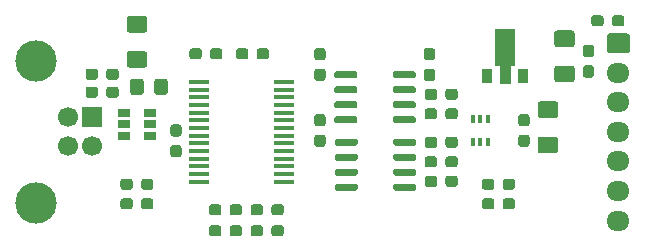
<source format=gbr>
G04 #@! TF.GenerationSoftware,KiCad,Pcbnew,(5.1.7)-1*
G04 #@! TF.CreationDate,2020-10-20T19:41:26+02:00*
G04 #@! TF.ProjectId,EQMOD_DIRECT_Isolated,45514d4f-445f-4444-9952-4543545f4973,rev?*
G04 #@! TF.SameCoordinates,Original*
G04 #@! TF.FileFunction,Soldermask,Top*
G04 #@! TF.FilePolarity,Negative*
%FSLAX46Y46*%
G04 Gerber Fmt 4.6, Leading zero omitted, Abs format (unit mm)*
G04 Created by KiCad (PCBNEW (5.1.7)-1) date 2020-10-20 19:41:26*
%MOMM*%
%LPD*%
G01*
G04 APERTURE LIST*
%ADD10O,1.950000X1.700000*%
%ADD11R,0.900000X1.300000*%
%ADD12C,0.100000*%
%ADD13R,1.700000X1.700000*%
%ADD14C,1.700000*%
%ADD15C,3.500000*%
%ADD16R,1.750000X0.450000*%
%ADD17R,1.060000X0.650000*%
%ADD18R,0.400000X0.650000*%
G04 APERTURE END LIST*
D10*
X144907000Y-107837000D03*
X144907000Y-105337000D03*
X144907000Y-102837000D03*
X144907000Y-100337000D03*
X144907000Y-97837000D03*
X144907000Y-95337000D03*
G36*
G01*
X144182000Y-91987000D02*
X145632000Y-91987000D01*
G75*
G02*
X145882000Y-92237000I0J-250000D01*
G01*
X145882000Y-93437000D01*
G75*
G02*
X145632000Y-93687000I-250000J0D01*
G01*
X144182000Y-93687000D01*
G75*
G02*
X143932000Y-93437000I0J250000D01*
G01*
X143932000Y-92237000D01*
G75*
G02*
X144182000Y-91987000I250000J0D01*
G01*
G37*
G36*
G01*
X142604000Y-91169500D02*
X142604000Y-90694500D01*
G75*
G02*
X142841500Y-90457000I237500J0D01*
G01*
X143416500Y-90457000D01*
G75*
G02*
X143654000Y-90694500I0J-237500D01*
G01*
X143654000Y-91169500D01*
G75*
G02*
X143416500Y-91407000I-237500J0D01*
G01*
X142841500Y-91407000D01*
G75*
G02*
X142604000Y-91169500I0J237500D01*
G01*
G37*
G36*
G01*
X144354000Y-91169500D02*
X144354000Y-90694500D01*
G75*
G02*
X144591500Y-90457000I237500J0D01*
G01*
X145166500Y-90457000D01*
G75*
G02*
X145404000Y-90694500I0J-237500D01*
G01*
X145404000Y-91169500D01*
G75*
G02*
X145166500Y-91407000I-237500J0D01*
G01*
X144591500Y-91407000D01*
G75*
G02*
X144354000Y-91169500I0J237500D01*
G01*
G37*
G36*
G01*
X142129500Y-92947000D02*
X142604500Y-92947000D01*
G75*
G02*
X142842000Y-93184500I0J-237500D01*
G01*
X142842000Y-93759500D01*
G75*
G02*
X142604500Y-93997000I-237500J0D01*
G01*
X142129500Y-93997000D01*
G75*
G02*
X141892000Y-93759500I0J237500D01*
G01*
X141892000Y-93184500D01*
G75*
G02*
X142129500Y-92947000I237500J0D01*
G01*
G37*
G36*
G01*
X142129500Y-94697000D02*
X142604500Y-94697000D01*
G75*
G02*
X142842000Y-94934500I0J-237500D01*
G01*
X142842000Y-95509500D01*
G75*
G02*
X142604500Y-95747000I-237500J0D01*
G01*
X142129500Y-95747000D01*
G75*
G02*
X141892000Y-95509500I0J237500D01*
G01*
X141892000Y-94934500D01*
G75*
G02*
X142129500Y-94697000I237500J0D01*
G01*
G37*
D11*
X133818500Y-95591500D03*
X136818500Y-95591500D03*
D12*
G36*
X136185000Y-91641500D02*
G01*
X136185000Y-94766500D01*
X135768500Y-94766500D01*
X135768500Y-96241500D01*
X134868500Y-96241500D01*
X134868500Y-94766500D01*
X134452000Y-94766500D01*
X134452000Y-91641500D01*
X136185000Y-91641500D01*
G37*
D13*
X100330000Y-99060000D03*
D14*
X100330000Y-101560000D03*
X98330000Y-101560000D03*
X98330000Y-99060000D03*
D15*
X95620000Y-94290000D03*
X95620000Y-106330000D03*
D16*
X116630000Y-104555000D03*
X116630000Y-103905000D03*
X116630000Y-103255000D03*
X116630000Y-102605000D03*
X116630000Y-101955000D03*
X116630000Y-101305000D03*
X116630000Y-100655000D03*
X116630000Y-100005000D03*
X116630000Y-99355000D03*
X116630000Y-98705000D03*
X116630000Y-98055000D03*
X116630000Y-97405000D03*
X116630000Y-96755000D03*
X116630000Y-96105000D03*
X109430000Y-96105000D03*
X109430000Y-96755000D03*
X109430000Y-97405000D03*
X109430000Y-98055000D03*
X109430000Y-98705000D03*
X109430000Y-99355000D03*
X109430000Y-100005000D03*
X109430000Y-100655000D03*
X109430000Y-101305000D03*
X109430000Y-101955000D03*
X109430000Y-102605000D03*
X109430000Y-103255000D03*
X109430000Y-103905000D03*
X109430000Y-104555000D03*
G36*
G01*
X102593600Y-95215700D02*
X102593600Y-95690700D01*
G75*
G02*
X102356100Y-95928200I-237500J0D01*
G01*
X101781100Y-95928200D01*
G75*
G02*
X101543600Y-95690700I0J237500D01*
G01*
X101543600Y-95215700D01*
G75*
G02*
X101781100Y-94978200I237500J0D01*
G01*
X102356100Y-94978200D01*
G75*
G02*
X102593600Y-95215700I0J-237500D01*
G01*
G37*
G36*
G01*
X100843600Y-95215700D02*
X100843600Y-95690700D01*
G75*
G02*
X100606100Y-95928200I-237500J0D01*
G01*
X100031100Y-95928200D01*
G75*
G02*
X99793600Y-95690700I0J237500D01*
G01*
X99793600Y-95215700D01*
G75*
G02*
X100031100Y-94978200I237500J0D01*
G01*
X100606100Y-94978200D01*
G75*
G02*
X100843600Y-95215700I0J-237500D01*
G01*
G37*
G36*
G01*
X104490000Y-106663500D02*
X104490000Y-106188500D01*
G75*
G02*
X104727500Y-105951000I237500J0D01*
G01*
X105302500Y-105951000D01*
G75*
G02*
X105540000Y-106188500I0J-237500D01*
G01*
X105540000Y-106663500D01*
G75*
G02*
X105302500Y-106901000I-237500J0D01*
G01*
X104727500Y-106901000D01*
G75*
G02*
X104490000Y-106663500I0J237500D01*
G01*
G37*
G36*
G01*
X102740000Y-106663500D02*
X102740000Y-106188500D01*
G75*
G02*
X102977500Y-105951000I237500J0D01*
G01*
X103552500Y-105951000D01*
G75*
G02*
X103790000Y-106188500I0J-237500D01*
G01*
X103790000Y-106663500D01*
G75*
G02*
X103552500Y-106901000I-237500J0D01*
G01*
X102977500Y-106901000D01*
G75*
G02*
X102740000Y-106663500I0J237500D01*
G01*
G37*
G36*
G01*
X105540000Y-104537500D02*
X105540000Y-105012500D01*
G75*
G02*
X105302500Y-105250000I-237500J0D01*
G01*
X104727500Y-105250000D01*
G75*
G02*
X104490000Y-105012500I0J237500D01*
G01*
X104490000Y-104537500D01*
G75*
G02*
X104727500Y-104300000I237500J0D01*
G01*
X105302500Y-104300000D01*
G75*
G02*
X105540000Y-104537500I0J-237500D01*
G01*
G37*
G36*
G01*
X103790000Y-104537500D02*
X103790000Y-105012500D01*
G75*
G02*
X103552500Y-105250000I-237500J0D01*
G01*
X102977500Y-105250000D01*
G75*
G02*
X102740000Y-105012500I0J237500D01*
G01*
X102740000Y-104537500D01*
G75*
G02*
X102977500Y-104300000I237500J0D01*
G01*
X103552500Y-104300000D01*
G75*
G02*
X103790000Y-104537500I0J-237500D01*
G01*
G37*
G36*
G01*
X104765000Y-94910000D02*
X103515000Y-94910000D01*
G75*
G02*
X103265000Y-94660000I0J250000D01*
G01*
X103265000Y-93735000D01*
G75*
G02*
X103515000Y-93485000I250000J0D01*
G01*
X104765000Y-93485000D01*
G75*
G02*
X105015000Y-93735000I0J-250000D01*
G01*
X105015000Y-94660000D01*
G75*
G02*
X104765000Y-94910000I-250000J0D01*
G01*
G37*
G36*
G01*
X104765000Y-91935000D02*
X103515000Y-91935000D01*
G75*
G02*
X103265000Y-91685000I0J250000D01*
G01*
X103265000Y-90760000D01*
G75*
G02*
X103515000Y-90510000I250000J0D01*
G01*
X104765000Y-90510000D01*
G75*
G02*
X105015000Y-90760000I0J-250000D01*
G01*
X105015000Y-91685000D01*
G75*
G02*
X104765000Y-91935000I-250000J0D01*
G01*
G37*
G36*
G01*
X109632000Y-93488500D02*
X109632000Y-93963500D01*
G75*
G02*
X109394500Y-94201000I-237500J0D01*
G01*
X108819500Y-94201000D01*
G75*
G02*
X108582000Y-93963500I0J237500D01*
G01*
X108582000Y-93488500D01*
G75*
G02*
X108819500Y-93251000I237500J0D01*
G01*
X109394500Y-93251000D01*
G75*
G02*
X109632000Y-93488500I0J-237500D01*
G01*
G37*
G36*
G01*
X111382000Y-93488500D02*
X111382000Y-93963500D01*
G75*
G02*
X111144500Y-94201000I-237500J0D01*
G01*
X110569500Y-94201000D01*
G75*
G02*
X110332000Y-93963500I0J237500D01*
G01*
X110332000Y-93488500D01*
G75*
G02*
X110569500Y-93251000I237500J0D01*
G01*
X111144500Y-93251000D01*
G75*
G02*
X111382000Y-93488500I0J-237500D01*
G01*
G37*
G36*
G01*
X107204500Y-99692000D02*
X107679500Y-99692000D01*
G75*
G02*
X107917000Y-99929500I0J-237500D01*
G01*
X107917000Y-100504500D01*
G75*
G02*
X107679500Y-100742000I-237500J0D01*
G01*
X107204500Y-100742000D01*
G75*
G02*
X106967000Y-100504500I0J237500D01*
G01*
X106967000Y-99929500D01*
G75*
G02*
X107204500Y-99692000I237500J0D01*
G01*
G37*
G36*
G01*
X107204500Y-101442000D02*
X107679500Y-101442000D01*
G75*
G02*
X107917000Y-101679500I0J-237500D01*
G01*
X107917000Y-102254500D01*
G75*
G02*
X107679500Y-102492000I-237500J0D01*
G01*
X107204500Y-102492000D01*
G75*
G02*
X106967000Y-102254500I0J237500D01*
G01*
X106967000Y-101679500D01*
G75*
G02*
X107204500Y-101442000I237500J0D01*
G01*
G37*
G36*
G01*
X136668500Y-100567000D02*
X137143500Y-100567000D01*
G75*
G02*
X137381000Y-100804500I0J-237500D01*
G01*
X137381000Y-101379500D01*
G75*
G02*
X137143500Y-101617000I-237500J0D01*
G01*
X136668500Y-101617000D01*
G75*
G02*
X136431000Y-101379500I0J237500D01*
G01*
X136431000Y-100804500D01*
G75*
G02*
X136668500Y-100567000I237500J0D01*
G01*
G37*
G36*
G01*
X136668500Y-98817000D02*
X137143500Y-98817000D01*
G75*
G02*
X137381000Y-99054500I0J-237500D01*
G01*
X137381000Y-99629500D01*
G75*
G02*
X137143500Y-99867000I-237500J0D01*
G01*
X136668500Y-99867000D01*
G75*
G02*
X136431000Y-99629500I0J237500D01*
G01*
X136431000Y-99054500D01*
G75*
G02*
X136668500Y-98817000I237500J0D01*
G01*
G37*
G36*
G01*
X133347000Y-106663500D02*
X133347000Y-106188500D01*
G75*
G02*
X133584500Y-105951000I237500J0D01*
G01*
X134159500Y-105951000D01*
G75*
G02*
X134397000Y-106188500I0J-237500D01*
G01*
X134397000Y-106663500D01*
G75*
G02*
X134159500Y-106901000I-237500J0D01*
G01*
X133584500Y-106901000D01*
G75*
G02*
X133347000Y-106663500I0J237500D01*
G01*
G37*
G36*
G01*
X135097000Y-106663500D02*
X135097000Y-106188500D01*
G75*
G02*
X135334500Y-105951000I237500J0D01*
G01*
X135909500Y-105951000D01*
G75*
G02*
X136147000Y-106188500I0J-237500D01*
G01*
X136147000Y-106663500D01*
G75*
G02*
X135909500Y-106901000I-237500J0D01*
G01*
X135334500Y-106901000D01*
G75*
G02*
X135097000Y-106663500I0J237500D01*
G01*
G37*
G36*
G01*
X111983000Y-108949500D02*
X111983000Y-108474500D01*
G75*
G02*
X112220500Y-108237000I237500J0D01*
G01*
X112795500Y-108237000D01*
G75*
G02*
X113033000Y-108474500I0J-237500D01*
G01*
X113033000Y-108949500D01*
G75*
G02*
X112795500Y-109187000I-237500J0D01*
G01*
X112220500Y-109187000D01*
G75*
G02*
X111983000Y-108949500I0J237500D01*
G01*
G37*
G36*
G01*
X110233000Y-108949500D02*
X110233000Y-108474500D01*
G75*
G02*
X110470500Y-108237000I237500J0D01*
G01*
X111045500Y-108237000D01*
G75*
G02*
X111283000Y-108474500I0J-237500D01*
G01*
X111283000Y-108949500D01*
G75*
G02*
X111045500Y-109187000I-237500J0D01*
G01*
X110470500Y-109187000D01*
G75*
G02*
X110233000Y-108949500I0J237500D01*
G01*
G37*
G36*
G01*
X110233000Y-107171500D02*
X110233000Y-106696500D01*
G75*
G02*
X110470500Y-106459000I237500J0D01*
G01*
X111045500Y-106459000D01*
G75*
G02*
X111283000Y-106696500I0J-237500D01*
G01*
X111283000Y-107171500D01*
G75*
G02*
X111045500Y-107409000I-237500J0D01*
G01*
X110470500Y-107409000D01*
G75*
G02*
X110233000Y-107171500I0J237500D01*
G01*
G37*
G36*
G01*
X111983000Y-107171500D02*
X111983000Y-106696500D01*
G75*
G02*
X112220500Y-106459000I237500J0D01*
G01*
X112795500Y-106459000D01*
G75*
G02*
X113033000Y-106696500I0J-237500D01*
G01*
X113033000Y-107171500D01*
G75*
G02*
X112795500Y-107409000I-237500J0D01*
G01*
X112220500Y-107409000D01*
G75*
G02*
X111983000Y-107171500I0J237500D01*
G01*
G37*
G36*
G01*
X101543600Y-97214700D02*
X101543600Y-96739700D01*
G75*
G02*
X101781100Y-96502200I237500J0D01*
G01*
X102356100Y-96502200D01*
G75*
G02*
X102593600Y-96739700I0J-237500D01*
G01*
X102593600Y-97214700D01*
G75*
G02*
X102356100Y-97452200I-237500J0D01*
G01*
X101781100Y-97452200D01*
G75*
G02*
X101543600Y-97214700I0J237500D01*
G01*
G37*
G36*
G01*
X99793600Y-97214700D02*
X99793600Y-96739700D01*
G75*
G02*
X100031100Y-96502200I237500J0D01*
G01*
X100606100Y-96502200D01*
G75*
G02*
X100843600Y-96739700I0J-237500D01*
G01*
X100843600Y-97214700D01*
G75*
G02*
X100606100Y-97452200I-237500J0D01*
G01*
X100031100Y-97452200D01*
G75*
G02*
X99793600Y-97214700I0J237500D01*
G01*
G37*
G36*
G01*
X106756000Y-96069999D02*
X106756000Y-96970001D01*
G75*
G02*
X106506001Y-97220000I-249999J0D01*
G01*
X105855999Y-97220000D01*
G75*
G02*
X105606000Y-96970001I0J249999D01*
G01*
X105606000Y-96069999D01*
G75*
G02*
X105855999Y-95820000I249999J0D01*
G01*
X106506001Y-95820000D01*
G75*
G02*
X106756000Y-96069999I0J-249999D01*
G01*
G37*
G36*
G01*
X104706000Y-96069999D02*
X104706000Y-96970001D01*
G75*
G02*
X104456001Y-97220000I-249999J0D01*
G01*
X103805999Y-97220000D01*
G75*
G02*
X103556000Y-96970001I0J249999D01*
G01*
X103556000Y-96069999D01*
G75*
G02*
X103805999Y-95820000I249999J0D01*
G01*
X104456001Y-95820000D01*
G75*
G02*
X104706000Y-96069999I0J-249999D01*
G01*
G37*
G36*
G01*
X134397000Y-104537500D02*
X134397000Y-105012500D01*
G75*
G02*
X134159500Y-105250000I-237500J0D01*
G01*
X133584500Y-105250000D01*
G75*
G02*
X133347000Y-105012500I0J237500D01*
G01*
X133347000Y-104537500D01*
G75*
G02*
X133584500Y-104300000I237500J0D01*
G01*
X134159500Y-104300000D01*
G75*
G02*
X134397000Y-104537500I0J-237500D01*
G01*
G37*
G36*
G01*
X136147000Y-104537500D02*
X136147000Y-105012500D01*
G75*
G02*
X135909500Y-105250000I-237500J0D01*
G01*
X135334500Y-105250000D01*
G75*
G02*
X135097000Y-105012500I0J237500D01*
G01*
X135097000Y-104537500D01*
G75*
G02*
X135334500Y-104300000I237500J0D01*
G01*
X135909500Y-104300000D01*
G75*
G02*
X136147000Y-104537500I0J-237500D01*
G01*
G37*
G36*
G01*
X114825000Y-108474500D02*
X114825000Y-108949500D01*
G75*
G02*
X114587500Y-109187000I-237500J0D01*
G01*
X114012500Y-109187000D01*
G75*
G02*
X113775000Y-108949500I0J237500D01*
G01*
X113775000Y-108474500D01*
G75*
G02*
X114012500Y-108237000I237500J0D01*
G01*
X114587500Y-108237000D01*
G75*
G02*
X114825000Y-108474500I0J-237500D01*
G01*
G37*
G36*
G01*
X116575000Y-108474500D02*
X116575000Y-108949500D01*
G75*
G02*
X116337500Y-109187000I-237500J0D01*
G01*
X115762500Y-109187000D01*
G75*
G02*
X115525000Y-108949500I0J237500D01*
G01*
X115525000Y-108474500D01*
G75*
G02*
X115762500Y-108237000I237500J0D01*
G01*
X116337500Y-108237000D01*
G75*
G02*
X116575000Y-108474500I0J-237500D01*
G01*
G37*
G36*
G01*
X116575000Y-106696500D02*
X116575000Y-107171500D01*
G75*
G02*
X116337500Y-107409000I-237500J0D01*
G01*
X115762500Y-107409000D01*
G75*
G02*
X115525000Y-107171500I0J237500D01*
G01*
X115525000Y-106696500D01*
G75*
G02*
X115762500Y-106459000I237500J0D01*
G01*
X116337500Y-106459000D01*
G75*
G02*
X116575000Y-106696500I0J-237500D01*
G01*
G37*
G36*
G01*
X114825000Y-106696500D02*
X114825000Y-107171500D01*
G75*
G02*
X114587500Y-107409000I-237500J0D01*
G01*
X114012500Y-107409000D01*
G75*
G02*
X113775000Y-107171500I0J237500D01*
G01*
X113775000Y-106696500D01*
G75*
G02*
X114012500Y-106459000I237500J0D01*
G01*
X114587500Y-106459000D01*
G75*
G02*
X114825000Y-106696500I0J-237500D01*
G01*
G37*
G36*
G01*
X131307000Y-104283500D02*
X131307000Y-104758500D01*
G75*
G02*
X131069500Y-104996000I-237500J0D01*
G01*
X130494500Y-104996000D01*
G75*
G02*
X130257000Y-104758500I0J237500D01*
G01*
X130257000Y-104283500D01*
G75*
G02*
X130494500Y-104046000I237500J0D01*
G01*
X131069500Y-104046000D01*
G75*
G02*
X131307000Y-104283500I0J-237500D01*
G01*
G37*
G36*
G01*
X129557000Y-104283500D02*
X129557000Y-104758500D01*
G75*
G02*
X129319500Y-104996000I-237500J0D01*
G01*
X128744500Y-104996000D01*
G75*
G02*
X128507000Y-104758500I0J237500D01*
G01*
X128507000Y-104283500D01*
G75*
G02*
X128744500Y-104046000I237500J0D01*
G01*
X129319500Y-104046000D01*
G75*
G02*
X129557000Y-104283500I0J-237500D01*
G01*
G37*
G36*
G01*
X129557000Y-102632500D02*
X129557000Y-103107500D01*
G75*
G02*
X129319500Y-103345000I-237500J0D01*
G01*
X128744500Y-103345000D01*
G75*
G02*
X128507000Y-103107500I0J237500D01*
G01*
X128507000Y-102632500D01*
G75*
G02*
X128744500Y-102395000I237500J0D01*
G01*
X129319500Y-102395000D01*
G75*
G02*
X129557000Y-102632500I0J-237500D01*
G01*
G37*
G36*
G01*
X131307000Y-102632500D02*
X131307000Y-103107500D01*
G75*
G02*
X131069500Y-103345000I-237500J0D01*
G01*
X130494500Y-103345000D01*
G75*
G02*
X130257000Y-103107500I0J237500D01*
G01*
X130257000Y-102632500D01*
G75*
G02*
X130494500Y-102395000I237500J0D01*
G01*
X131069500Y-102395000D01*
G75*
G02*
X131307000Y-102632500I0J-237500D01*
G01*
G37*
D17*
X103040000Y-98745000D03*
X103040000Y-99695000D03*
X103040000Y-100645000D03*
X105240000Y-100645000D03*
X105240000Y-98745000D03*
X105240000Y-99695000D03*
G36*
G01*
X120883000Y-101369000D02*
X120883000Y-101069000D01*
G75*
G02*
X121033000Y-100919000I150000J0D01*
G01*
X122683000Y-100919000D01*
G75*
G02*
X122833000Y-101069000I0J-150000D01*
G01*
X122833000Y-101369000D01*
G75*
G02*
X122683000Y-101519000I-150000J0D01*
G01*
X121033000Y-101519000D01*
G75*
G02*
X120883000Y-101369000I0J150000D01*
G01*
G37*
G36*
G01*
X120883000Y-102639000D02*
X120883000Y-102339000D01*
G75*
G02*
X121033000Y-102189000I150000J0D01*
G01*
X122683000Y-102189000D01*
G75*
G02*
X122833000Y-102339000I0J-150000D01*
G01*
X122833000Y-102639000D01*
G75*
G02*
X122683000Y-102789000I-150000J0D01*
G01*
X121033000Y-102789000D01*
G75*
G02*
X120883000Y-102639000I0J150000D01*
G01*
G37*
G36*
G01*
X120883000Y-103909000D02*
X120883000Y-103609000D01*
G75*
G02*
X121033000Y-103459000I150000J0D01*
G01*
X122683000Y-103459000D01*
G75*
G02*
X122833000Y-103609000I0J-150000D01*
G01*
X122833000Y-103909000D01*
G75*
G02*
X122683000Y-104059000I-150000J0D01*
G01*
X121033000Y-104059000D01*
G75*
G02*
X120883000Y-103909000I0J150000D01*
G01*
G37*
G36*
G01*
X120883000Y-105179000D02*
X120883000Y-104879000D01*
G75*
G02*
X121033000Y-104729000I150000J0D01*
G01*
X122683000Y-104729000D01*
G75*
G02*
X122833000Y-104879000I0J-150000D01*
G01*
X122833000Y-105179000D01*
G75*
G02*
X122683000Y-105329000I-150000J0D01*
G01*
X121033000Y-105329000D01*
G75*
G02*
X120883000Y-105179000I0J150000D01*
G01*
G37*
G36*
G01*
X125833000Y-105179000D02*
X125833000Y-104879000D01*
G75*
G02*
X125983000Y-104729000I150000J0D01*
G01*
X127633000Y-104729000D01*
G75*
G02*
X127783000Y-104879000I0J-150000D01*
G01*
X127783000Y-105179000D01*
G75*
G02*
X127633000Y-105329000I-150000J0D01*
G01*
X125983000Y-105329000D01*
G75*
G02*
X125833000Y-105179000I0J150000D01*
G01*
G37*
G36*
G01*
X125833000Y-103909000D02*
X125833000Y-103609000D01*
G75*
G02*
X125983000Y-103459000I150000J0D01*
G01*
X127633000Y-103459000D01*
G75*
G02*
X127783000Y-103609000I0J-150000D01*
G01*
X127783000Y-103909000D01*
G75*
G02*
X127633000Y-104059000I-150000J0D01*
G01*
X125983000Y-104059000D01*
G75*
G02*
X125833000Y-103909000I0J150000D01*
G01*
G37*
G36*
G01*
X125833000Y-102639000D02*
X125833000Y-102339000D01*
G75*
G02*
X125983000Y-102189000I150000J0D01*
G01*
X127633000Y-102189000D01*
G75*
G02*
X127783000Y-102339000I0J-150000D01*
G01*
X127783000Y-102639000D01*
G75*
G02*
X127633000Y-102789000I-150000J0D01*
G01*
X125983000Y-102789000D01*
G75*
G02*
X125833000Y-102639000I0J150000D01*
G01*
G37*
G36*
G01*
X125833000Y-101369000D02*
X125833000Y-101069000D01*
G75*
G02*
X125983000Y-100919000I150000J0D01*
G01*
X127633000Y-100919000D01*
G75*
G02*
X127783000Y-101069000I0J-150000D01*
G01*
X127783000Y-101369000D01*
G75*
G02*
X127633000Y-101519000I-150000J0D01*
G01*
X125983000Y-101519000D01*
G75*
G02*
X125833000Y-101369000I0J150000D01*
G01*
G37*
G36*
G01*
X138313000Y-97749000D02*
X139563000Y-97749000D01*
G75*
G02*
X139813000Y-97999000I0J-250000D01*
G01*
X139813000Y-98924000D01*
G75*
G02*
X139563000Y-99174000I-250000J0D01*
G01*
X138313000Y-99174000D01*
G75*
G02*
X138063000Y-98924000I0J250000D01*
G01*
X138063000Y-97999000D01*
G75*
G02*
X138313000Y-97749000I250000J0D01*
G01*
G37*
G36*
G01*
X138313000Y-100724000D02*
X139563000Y-100724000D01*
G75*
G02*
X139813000Y-100974000I0J-250000D01*
G01*
X139813000Y-101899000D01*
G75*
G02*
X139563000Y-102149000I-250000J0D01*
G01*
X138313000Y-102149000D01*
G75*
G02*
X138063000Y-101899000I0J250000D01*
G01*
X138063000Y-100974000D01*
G75*
G02*
X138313000Y-100724000I250000J0D01*
G01*
G37*
G36*
G01*
X131307000Y-100981500D02*
X131307000Y-101456500D01*
G75*
G02*
X131069500Y-101694000I-237500J0D01*
G01*
X130494500Y-101694000D01*
G75*
G02*
X130257000Y-101456500I0J237500D01*
G01*
X130257000Y-100981500D01*
G75*
G02*
X130494500Y-100744000I237500J0D01*
G01*
X131069500Y-100744000D01*
G75*
G02*
X131307000Y-100981500I0J-237500D01*
G01*
G37*
G36*
G01*
X129557000Y-100981500D02*
X129557000Y-101456500D01*
G75*
G02*
X129319500Y-101694000I-237500J0D01*
G01*
X128744500Y-101694000D01*
G75*
G02*
X128507000Y-101456500I0J237500D01*
G01*
X128507000Y-100981500D01*
G75*
G02*
X128744500Y-100744000I237500J0D01*
G01*
X129319500Y-100744000D01*
G75*
G02*
X129557000Y-100981500I0J-237500D01*
G01*
G37*
G36*
G01*
X139710000Y-94718500D02*
X140960000Y-94718500D01*
G75*
G02*
X141210000Y-94968500I0J-250000D01*
G01*
X141210000Y-95893500D01*
G75*
G02*
X140960000Y-96143500I-250000J0D01*
G01*
X139710000Y-96143500D01*
G75*
G02*
X139460000Y-95893500I0J250000D01*
G01*
X139460000Y-94968500D01*
G75*
G02*
X139710000Y-94718500I250000J0D01*
G01*
G37*
G36*
G01*
X139710000Y-91743500D02*
X140960000Y-91743500D01*
G75*
G02*
X141210000Y-91993500I0J-250000D01*
G01*
X141210000Y-92918500D01*
G75*
G02*
X140960000Y-93168500I-250000J0D01*
G01*
X139710000Y-93168500D01*
G75*
G02*
X139460000Y-92918500I0J250000D01*
G01*
X139460000Y-91993500D01*
G75*
G02*
X139710000Y-91743500I250000J0D01*
G01*
G37*
G36*
G01*
X128667500Y-93229000D02*
X129142500Y-93229000D01*
G75*
G02*
X129380000Y-93466500I0J-237500D01*
G01*
X129380000Y-94041500D01*
G75*
G02*
X129142500Y-94279000I-237500J0D01*
G01*
X128667500Y-94279000D01*
G75*
G02*
X128430000Y-94041500I0J237500D01*
G01*
X128430000Y-93466500D01*
G75*
G02*
X128667500Y-93229000I237500J0D01*
G01*
G37*
G36*
G01*
X128667500Y-94979000D02*
X129142500Y-94979000D01*
G75*
G02*
X129380000Y-95216500I0J-237500D01*
G01*
X129380000Y-95791500D01*
G75*
G02*
X129142500Y-96029000I-237500J0D01*
G01*
X128667500Y-96029000D01*
G75*
G02*
X128430000Y-95791500I0J237500D01*
G01*
X128430000Y-95216500D01*
G75*
G02*
X128667500Y-94979000I237500J0D01*
G01*
G37*
G36*
G01*
X112519000Y-93963500D02*
X112519000Y-93488500D01*
G75*
G02*
X112756500Y-93251000I237500J0D01*
G01*
X113331500Y-93251000D01*
G75*
G02*
X113569000Y-93488500I0J-237500D01*
G01*
X113569000Y-93963500D01*
G75*
G02*
X113331500Y-94201000I-237500J0D01*
G01*
X112756500Y-94201000D01*
G75*
G02*
X112519000Y-93963500I0J237500D01*
G01*
G37*
G36*
G01*
X114269000Y-93963500D02*
X114269000Y-93488500D01*
G75*
G02*
X114506500Y-93251000I237500J0D01*
G01*
X115081500Y-93251000D01*
G75*
G02*
X115319000Y-93488500I0J-237500D01*
G01*
X115319000Y-93963500D01*
G75*
G02*
X115081500Y-94201000I-237500J0D01*
G01*
X114506500Y-94201000D01*
G75*
G02*
X114269000Y-93963500I0J237500D01*
G01*
G37*
G36*
G01*
X129557000Y-98568500D02*
X129557000Y-99043500D01*
G75*
G02*
X129319500Y-99281000I-237500J0D01*
G01*
X128744500Y-99281000D01*
G75*
G02*
X128507000Y-99043500I0J237500D01*
G01*
X128507000Y-98568500D01*
G75*
G02*
X128744500Y-98331000I237500J0D01*
G01*
X129319500Y-98331000D01*
G75*
G02*
X129557000Y-98568500I0J-237500D01*
G01*
G37*
G36*
G01*
X131307000Y-98568500D02*
X131307000Y-99043500D01*
G75*
G02*
X131069500Y-99281000I-237500J0D01*
G01*
X130494500Y-99281000D01*
G75*
G02*
X130257000Y-99043500I0J237500D01*
G01*
X130257000Y-98568500D01*
G75*
G02*
X130494500Y-98331000I237500J0D01*
G01*
X131069500Y-98331000D01*
G75*
G02*
X131307000Y-98568500I0J-237500D01*
G01*
G37*
G36*
G01*
X131307000Y-96917500D02*
X131307000Y-97392500D01*
G75*
G02*
X131069500Y-97630000I-237500J0D01*
G01*
X130494500Y-97630000D01*
G75*
G02*
X130257000Y-97392500I0J237500D01*
G01*
X130257000Y-96917500D01*
G75*
G02*
X130494500Y-96680000I237500J0D01*
G01*
X131069500Y-96680000D01*
G75*
G02*
X131307000Y-96917500I0J-237500D01*
G01*
G37*
G36*
G01*
X129557000Y-96917500D02*
X129557000Y-97392500D01*
G75*
G02*
X129319500Y-97630000I-237500J0D01*
G01*
X128744500Y-97630000D01*
G75*
G02*
X128507000Y-97392500I0J237500D01*
G01*
X128507000Y-96917500D01*
G75*
G02*
X128744500Y-96680000I237500J0D01*
G01*
X129319500Y-96680000D01*
G75*
G02*
X129557000Y-96917500I0J-237500D01*
G01*
G37*
G36*
G01*
X120857600Y-95654000D02*
X120857600Y-95354000D01*
G75*
G02*
X121007600Y-95204000I150000J0D01*
G01*
X122657600Y-95204000D01*
G75*
G02*
X122807600Y-95354000I0J-150000D01*
G01*
X122807600Y-95654000D01*
G75*
G02*
X122657600Y-95804000I-150000J0D01*
G01*
X121007600Y-95804000D01*
G75*
G02*
X120857600Y-95654000I0J150000D01*
G01*
G37*
G36*
G01*
X120857600Y-96924000D02*
X120857600Y-96624000D01*
G75*
G02*
X121007600Y-96474000I150000J0D01*
G01*
X122657600Y-96474000D01*
G75*
G02*
X122807600Y-96624000I0J-150000D01*
G01*
X122807600Y-96924000D01*
G75*
G02*
X122657600Y-97074000I-150000J0D01*
G01*
X121007600Y-97074000D01*
G75*
G02*
X120857600Y-96924000I0J150000D01*
G01*
G37*
G36*
G01*
X120857600Y-98194000D02*
X120857600Y-97894000D01*
G75*
G02*
X121007600Y-97744000I150000J0D01*
G01*
X122657600Y-97744000D01*
G75*
G02*
X122807600Y-97894000I0J-150000D01*
G01*
X122807600Y-98194000D01*
G75*
G02*
X122657600Y-98344000I-150000J0D01*
G01*
X121007600Y-98344000D01*
G75*
G02*
X120857600Y-98194000I0J150000D01*
G01*
G37*
G36*
G01*
X120857600Y-99464000D02*
X120857600Y-99164000D01*
G75*
G02*
X121007600Y-99014000I150000J0D01*
G01*
X122657600Y-99014000D01*
G75*
G02*
X122807600Y-99164000I0J-150000D01*
G01*
X122807600Y-99464000D01*
G75*
G02*
X122657600Y-99614000I-150000J0D01*
G01*
X121007600Y-99614000D01*
G75*
G02*
X120857600Y-99464000I0J150000D01*
G01*
G37*
G36*
G01*
X125807600Y-99464000D02*
X125807600Y-99164000D01*
G75*
G02*
X125957600Y-99014000I150000J0D01*
G01*
X127607600Y-99014000D01*
G75*
G02*
X127757600Y-99164000I0J-150000D01*
G01*
X127757600Y-99464000D01*
G75*
G02*
X127607600Y-99614000I-150000J0D01*
G01*
X125957600Y-99614000D01*
G75*
G02*
X125807600Y-99464000I0J150000D01*
G01*
G37*
G36*
G01*
X125807600Y-98194000D02*
X125807600Y-97894000D01*
G75*
G02*
X125957600Y-97744000I150000J0D01*
G01*
X127607600Y-97744000D01*
G75*
G02*
X127757600Y-97894000I0J-150000D01*
G01*
X127757600Y-98194000D01*
G75*
G02*
X127607600Y-98344000I-150000J0D01*
G01*
X125957600Y-98344000D01*
G75*
G02*
X125807600Y-98194000I0J150000D01*
G01*
G37*
G36*
G01*
X125807600Y-96924000D02*
X125807600Y-96624000D01*
G75*
G02*
X125957600Y-96474000I150000J0D01*
G01*
X127607600Y-96474000D01*
G75*
G02*
X127757600Y-96624000I0J-150000D01*
G01*
X127757600Y-96924000D01*
G75*
G02*
X127607600Y-97074000I-150000J0D01*
G01*
X125957600Y-97074000D01*
G75*
G02*
X125807600Y-96924000I0J150000D01*
G01*
G37*
G36*
G01*
X125807600Y-95654000D02*
X125807600Y-95354000D01*
G75*
G02*
X125957600Y-95204000I150000J0D01*
G01*
X127607600Y-95204000D01*
G75*
G02*
X127757600Y-95354000I0J-150000D01*
G01*
X127757600Y-95654000D01*
G75*
G02*
X127607600Y-95804000I-150000J0D01*
G01*
X125957600Y-95804000D01*
G75*
G02*
X125807600Y-95654000I0J150000D01*
G01*
G37*
D18*
X132573000Y-101153000D03*
X133873000Y-101153000D03*
X133223000Y-99253000D03*
X133223000Y-101153000D03*
X133873000Y-99253000D03*
X132573000Y-99253000D03*
G36*
G01*
X119871500Y-99867000D02*
X119396500Y-99867000D01*
G75*
G02*
X119159000Y-99629500I0J237500D01*
G01*
X119159000Y-99054500D01*
G75*
G02*
X119396500Y-98817000I237500J0D01*
G01*
X119871500Y-98817000D01*
G75*
G02*
X120109000Y-99054500I0J-237500D01*
G01*
X120109000Y-99629500D01*
G75*
G02*
X119871500Y-99867000I-237500J0D01*
G01*
G37*
G36*
G01*
X119871500Y-101617000D02*
X119396500Y-101617000D01*
G75*
G02*
X119159000Y-101379500I0J237500D01*
G01*
X119159000Y-100804500D01*
G75*
G02*
X119396500Y-100567000I237500J0D01*
G01*
X119871500Y-100567000D01*
G75*
G02*
X120109000Y-100804500I0J-237500D01*
G01*
X120109000Y-101379500D01*
G75*
G02*
X119871500Y-101617000I-237500J0D01*
G01*
G37*
G36*
G01*
X119396500Y-93229000D02*
X119871500Y-93229000D01*
G75*
G02*
X120109000Y-93466500I0J-237500D01*
G01*
X120109000Y-94041500D01*
G75*
G02*
X119871500Y-94279000I-237500J0D01*
G01*
X119396500Y-94279000D01*
G75*
G02*
X119159000Y-94041500I0J237500D01*
G01*
X119159000Y-93466500D01*
G75*
G02*
X119396500Y-93229000I237500J0D01*
G01*
G37*
G36*
G01*
X119396500Y-94979000D02*
X119871500Y-94979000D01*
G75*
G02*
X120109000Y-95216500I0J-237500D01*
G01*
X120109000Y-95791500D01*
G75*
G02*
X119871500Y-96029000I-237500J0D01*
G01*
X119396500Y-96029000D01*
G75*
G02*
X119159000Y-95791500I0J237500D01*
G01*
X119159000Y-95216500D01*
G75*
G02*
X119396500Y-94979000I237500J0D01*
G01*
G37*
M02*

</source>
